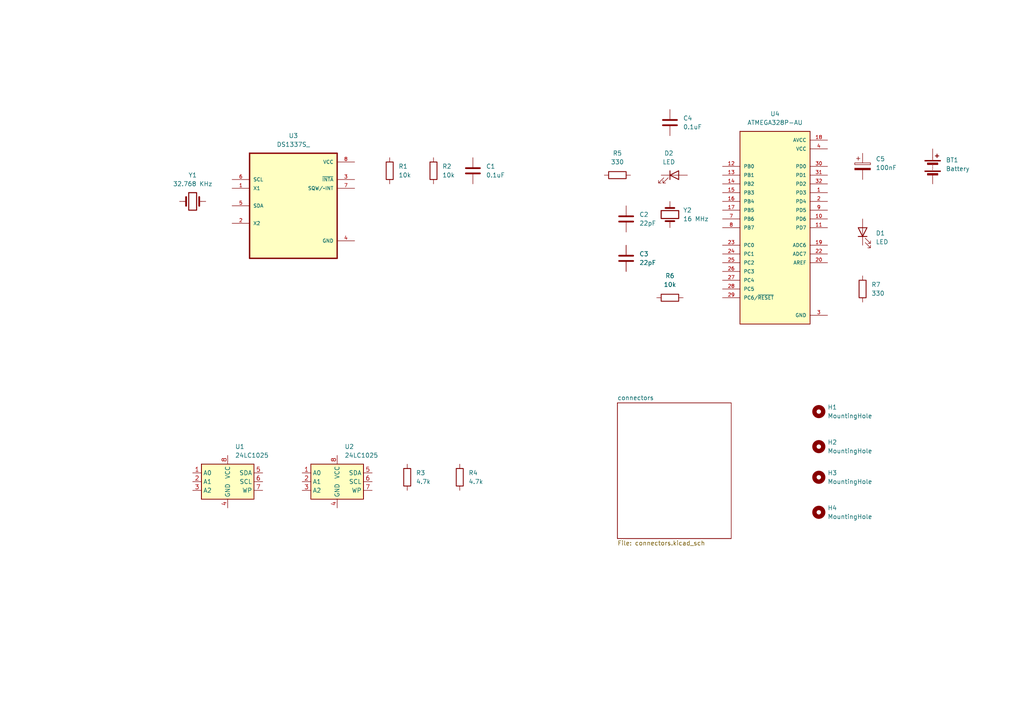
<source format=kicad_sch>
(kicad_sch (version 20250114) (generator "eeschema") (generator_version "9.0")
  (paper "A4")
  (title_block (title "${project_name}") (date "2025-11-17"))
  (lib_symbols
    (symbol "ATMEGA328P-AU:ATMEGA328P-AU" (pin_names (offset 1.016))
      (property "Reference" "U" (at -10.1755 29.2546 0))
      (property "Value" "ATMEGA328P-AU" (at -10.1669 -31.7714 0))
      (symbol "ATMEGA328P-AU_0_0"
        (rectangle (start -10.16 -27.94) (end 10.16 27.94) (stroke (width 0.254)) (fill (type background)))
        (pin bidirectional line (at -15.24 17.78 0) (length 5.08) (name "PB0") (number "12"))
        (pin bidirectional line (at -15.24 15.24 0) (length 5.08) (name "PB1") (number "13"))
        (pin bidirectional line (at -15.24 12.7 0) (length 5.08) (name "PB2") (number "14"))
        (pin bidirectional line (at -15.24 10.16 0) (length 5.08) (name "PB3") (number "15"))
        (pin bidirectional line (at -15.24 7.62 0) (length 5.08) (name "PB4") (number "16"))
        (pin bidirectional line (at -15.24 5.08 0) (length 5.08) (name "PB5") (number "17"))
        (pin bidirectional line (at -15.24 2.54 0) (length 5.08) (name "PB6") (number "7"))
        (pin bidirectional line (at -15.24 0 0) (length 5.08) (name "PB7") (number "8"))
        (pin bidirectional line (at -15.24 -5.08 0) (length 5.08) (name "PC0") (number "23"))
        (pin bidirectional line (at -15.24 -7.62 0) (length 5.08) (name "PC1") (number "24"))
        (pin bidirectional line (at -15.24 -10.16 0) (length 5.08) (name "PC2") (number "25"))
        (pin bidirectional line (at -15.24 -12.7 0) (length 5.08) (name "PC3") (number "26"))
        (pin bidirectional line (at -15.24 -15.24 0) (length 5.08) (name "PC4") (number "27"))
        (pin bidirectional line (at -15.24 -17.78 0) (length 5.08) (name "PC5") (number "28"))
        (pin bidirectional line (at -15.24 -20.32 0) (length 5.08) (name "PC6/~{RESET}") (number "29"))
        (pin power_in line (at 15.24 25.4 180) (length 5.08) (name "AVCC") (number "18"))
        (pin power_in line (at 15.24 22.86 180) (length 5.08) (name "VCC") (number "4"))
        (pin power_in line (at 15.24 22.86 180) (length 5.08) (hide yes) (name "VCC") (number "6"))
        (pin bidirectional line (at 15.24 17.78 180) (length 5.08) (name "PD0") (number "30"))
        (pin bidirectional line (at 15.24 15.24 180) (length 5.08) (name "PD1") (number "31"))
        (pin bidirectional line (at 15.24 12.7 180) (length 5.08) (name "PD2") (number "32"))
        (pin bidirectional line (at 15.24 10.16 180) (length 5.08) (name "PD3") (number "1"))
        (pin bidirectional line (at 15.24 7.62 180) (length 5.08) (name "PD4") (number "2"))
        (pin bidirectional line (at 15.24 5.08 180) (length 5.08) (name "PD5") (number "9"))
        (pin bidirectional line (at 15.24 2.54 180) (length 5.08) (name "PD6") (number "10"))
        (pin bidirectional line (at 15.24 0 180) (length 5.08) (name "PD7") (number "11"))
        (pin bidirectional line (at 15.24 -5.08 180) (length 5.08) (name "ADC6") (number "19"))
        (pin bidirectional line (at 15.24 -7.62 180) (length 5.08) (name "ADC7") (number "22"))
        (pin input line (at 15.24 -10.16 180) (length 5.08) (name "AREF") (number "20"))
        (pin power_in line (at 15.24 -25.4 180) (length 5.08) (hide yes) (name "GND") (number "21"))
        (pin power_in line (at 15.24 -25.4 180) (length 5.08) (name "GND") (number "3"))
        (pin power_in line (at 15.24 -25.4 180) (length 5.08) (hide yes) (name "GND") (number "5"))
      )
    )
    (symbol "DS1337S_:DS1337S_" (pin_names (offset 1.016))
      (property "Reference" "U" (at -12.7 16.24 0))
      (property "Value" "DS1337S_" (at -12.7 -19.24 0))
      (symbol "DS1337S__0_0"
        (rectangle (start -12.7 -15.24) (end 12.7 15.24) (stroke (width 0.41)) (fill (type background)))
        (pin input line (at -17.78 7.62 0) (length 5.08) (name "SCL") (number "6"))
        (pin input line (at -17.78 5.08 0) (length 5.08) (name "X1") (number "1"))
        (pin bidirectional line (at -17.78 0 0) (length 5.08) (name "SDA") (number "5"))
        (pin bidirectional line (at -17.78 -5.08 0) (length 5.08) (name "X2") (number "2"))
        (pin power_in line (at 17.78 12.7 180) (length 5.08) (name "VCC") (number "8"))
        (pin output line (at 17.78 7.62 180) (length 5.08) (name "~{INTA}") (number "3"))
        (pin output line (at 17.78 5.08 180) (length 5.08) (name "SQW/~INT") (number "7"))
        (pin power_in line (at 17.78 -10.16 180) (length 5.08) (name "GND") (number "4"))
      )
    )
    (symbol "Device:Battery" (pin_numbers (hide yes)) (pin_names (offset 0) (hide yes))
      (property "Reference" "BT" (at 2.54 2.54 0))
      (property "Value" "Battery" (at 2.54 0 0))
      (symbol "Battery_0_1"
        (rectangle (start -2.286 1.778) (end 2.286 1.524) (fill (type outline)))
        (rectangle (start -2.286 -1.27) (end 2.286 -1.524) (fill (type outline)))
        (rectangle (start -1.524 1.016) (end 1.524 0.508) (fill (type outline)))
        (rectangle (start -1.524 -2.032) (end 1.524 -2.54) (fill (type outline)))
        (polyline (pts (xy 0 1.778) (xy 0 2.54)))
        (polyline (pts (xy 0 0) (xy 0 0.254)))
        (polyline (pts (xy 0 -0.508) (xy 0 -0.254)))
        (polyline (pts (xy 0 -1.016) (xy 0 -0.762)))
        (polyline (pts (xy 0.762 3.048) (xy 1.778 3.048)) (stroke (width 0.254)))
        (polyline (pts (xy 1.27 3.556) (xy 1.27 2.54)) (stroke (width 0.254)))
      )
      (symbol "Battery_1_1"
        (pin passive line (at 0 5.08 270) (length 2.54) (name "+") (number "1"))
        (pin passive line (at 0 -5.08 90) (length 2.54) (name "-") (number "2"))
      )
    )
    (symbol "Device:C" (pin_numbers (hide yes)) (pin_names (offset 0.254))
      (property "Reference" "C" (at 0.635 2.54 0))
      (property "Value" "C" (at 0.635 -2.54 0))
      (symbol "C_0_1"
        (polyline (pts (xy -2.032 0.762) (xy 2.032 0.762)) (stroke (width 0.508)))
        (polyline (pts (xy -2.032 -0.762) (xy 2.032 -0.762)) (stroke (width 0.508)))
      )
      (symbol "C_1_1"
        (pin passive line (at 0 3.81 270) (length 2.794) (name "~") (number "1"))
        (pin passive line (at 0 -3.81 90) (length 2.794) (name "~") (number "2"))
      )
    )
    (symbol "Device:C_Polarized" (pin_numbers (hide yes)) (pin_names (offset 0.254))
      (property "Reference" "C" (at 0.635 2.54 0))
      (property "Value" "C_Polarized" (at 0.635 -2.54 0))
      (symbol "C_Polarized_0_1"
        (rectangle (start -2.286 0.508) (end 2.286 1.016))
        (polyline (pts (xy -1.778 2.286) (xy -0.762 2.286)))
        (polyline (pts (xy -1.27 2.794) (xy -1.27 1.778)))
        (rectangle (start 2.286 -0.508) (end -2.286 -1.016) (fill (type outline)))
      )
      (symbol "C_Polarized_1_1"
        (pin passive line (at 0 3.81 270) (length 2.794) (name "~") (number "1"))
        (pin passive line (at 0 -3.81 90) (length 2.794) (name "~") (number "2"))
      )
    )
    (symbol "Device:Crystal" (pin_numbers (hide yes)) (pin_names (offset 1.016) (hide yes))
      (property "Reference" "Y" (at 0 3.81 0))
      (property "Value" "Crystal" (at 0 -3.81 0))
      (symbol "Crystal_0_1"
        (polyline (pts (xy -2.54 0) (xy -1.905 0)))
        (polyline (pts (xy -1.905 -1.27) (xy -1.905 1.27)) (stroke (width 0.508)))
        (rectangle (start -1.143 2.54) (end 1.143 -2.54) (stroke (width 0.3048)))
        (polyline (pts (xy 1.905 -1.27) (xy 1.905 1.27)) (stroke (width 0.508)))
        (polyline (pts (xy 2.54 0) (xy 1.905 0)))
      )
      (symbol "Crystal_1_1"
        (pin passive line (at -3.81 0 0) (length 1.27) (name "1") (number "1"))
        (pin passive line (at 3.81 0 180) (length 1.27) (name "2") (number "2"))
      )
    )
    (symbol "Device:LED" (pin_numbers (hide yes)) (pin_names (offset 1.016) (hide yes))
      (property "Reference" "D" (at 0 2.54 0))
      (property "Value" "LED" (at 0 -2.54 0))
      (symbol "LED_0_1"
        (polyline (pts (xy -3.048 -0.762) (xy -4.572 -2.286) (xy -3.81 -2.286) (xy -4.572 -2.286) (xy -4.572 -1.524)))
        (polyline (pts (xy -1.778 -0.762) (xy -3.302 -2.286) (xy -2.54 -2.286) (xy -3.302 -2.286) (xy -3.302 -1.524)))
        (polyline (pts (xy -1.27 0) (xy 1.27 0)))
        (polyline (pts (xy -1.27 -1.27) (xy -1.27 1.27)) (stroke (width 0.254)))
        (polyline (pts (xy 1.27 -1.27) (xy 1.27 1.27) (xy -1.27 0) (xy 1.27 -1.27)) (stroke (width 0.254)))
      )
      (symbol "LED_1_1"
        (pin passive line (at -3.81 0 0) (length 2.54) (name "K") (number "1"))
        (pin passive line (at 3.81 0 180) (length 2.54) (name "A") (number "2"))
      )
    )
    (symbol "Device:R" (pin_numbers (hide yes)) (pin_names (offset 0))
      (property "Reference" "R" (at 2.032 0 90))
      (property "Value" "R" (at 0 0 90))
      (symbol "R_0_1"
        (rectangle (start -1.016 -2.54) (end 1.016 2.54) (stroke (width 0.254)))
      )
      (symbol "R_1_1"
        (pin passive line (at 0 3.81 270) (length 1.27) (name "~") (number "1"))
        (pin passive line (at 0 -3.81 90) (length 1.27) (name "~") (number "2"))
      )
    )
    (symbol "Mechanical:MountingHole" (pin_names (offset 1.016)) (in_bom no)
      (property "Reference" "H" (at 0 5.08 0))
      (property "Value" "MountingHole" (at 0 3.175 0))
      (symbol "MountingHole_0_1"
        (circle (center 0 0) (radius 1.27) (stroke (width 1.27)))
      )
    )
    (symbol "Memory_EEPROM:24LC1025"
      (property "Reference" "U" (at -6.35 6.35 0))
      (property "Value" "24LC1025" (at 1.27 6.35 0))
      (symbol "24LC1025_1_1"
        (rectangle (start -7.62 5.08) (end 7.62 -5.08) (stroke (width 0.254)) (fill (type background)))
        (pin input line (at -10.16 2.54 0) (length 2.54) (name "A0") (number "1"))
        (pin input line (at -10.16 0 0) (length 2.54) (name "A1") (number "2"))
        (pin input line (at -10.16 -2.54 0) (length 2.54) (name "A2") (number "3"))
        (pin power_in line (at 0 7.62 270) (length 2.54) (name "VCC") (number "8"))
        (pin power_in line (at 0 -7.62 90) (length 2.54) (name "GND") (number "4"))
        (pin bidirectional line (at 10.16 2.54 180) (length 2.54) (name "SDA") (number "5"))
        (pin input line (at 10.16 0 180) (length 2.54) (name "SCL") (number "6"))
        (pin input line (at 10.16 -2.54 180) (length 2.54) (name "WP") (number "7"))
      )
    )
  )
  (symbol (lib_id "Mechanical:MountingHole") (at 237.49 148.59 0) (unit 1) (in_bom no)
    (property "Reference" "H4" (at 240.03 147.3199 0) (effects (justify left)))
    (property "Value" "MountingHole" (at 240.03 149.8599 0) (effects (justify left)))
    (property "Footprint" "MountingHole:MountingHole_2.1mm" (effects (hide yes)))
    (property "Description" "Mounting Hole without connection" (effects (hide yes)))
  )
  (symbol (lib_id "Device:Crystal") (at 55.88 58.42 0) (unit 1)
    (property "Reference" "Y1" (at 55.88 50.8 0))
    (property "Value" "32.768 KHz" (at 55.88 53.34 0))
    (property "Footprint" "Crystal:Crystal_SMD_5032-2Pin_5.0x3.2mm_HandSoldering" (effects (hide yes)))
    (property "Description" "Two pin crystal" (effects (hide yes)))
  )
  (symbol (lib_id "Device:C") (at 181.61 74.93 0) (unit 1)
    (property "Reference" "C3" (at 185.42 73.6599 0) (effects (justify left)))
    (property "Value" "22pF" (at 185.42 76.1999 0) (effects (justify left)))
    (property "Footprint" "Capacitor_SMD:C_0805_2012Metric" (effects (hide yes)))
    (property "Description" "Unpolarized capacitor" (effects (hide yes)))
  )
  (symbol (lib_id "ATMEGA328P-AU:ATMEGA328P-AU") (at 224.79 66.04 0) (unit 1)
    (property "Reference" "U4" (at 224.79 33.02 0))
    (property "Value" "ATMEGA328P-AU" (at 224.79 35.56 0))
    (property "Footprint" "ATMEGA328P-AU:QFP80P900X900X120-32N" (effects (hide yes)))
    (property "MF" "MICROCHIP TECH." (effects (hide yes)))
    (property "MAXIMUM_PACKAGE_HEIGHT" "1.20mm" (effects (hide yes)))
    (property "Package" "TQFP-32 Microchip" (effects (hide yes)))
    (property "Price" "None" (effects (hide yes)))
    (property "Check_prices" "https://www.snapeda.com/parts/ATMEGA328P-AU/Microchip+Technology/view-part/?ref=eda" (effects (hide yes)))
    (property "STANDARD" "IPC-7351B" (effects (hide yes)))
    (property "PARTREV" "8271A" (effects (hide yes)))
    (property "SnapEDA_Link" "https://www.snapeda.com/parts/ATMEGA328P-AU/Microchip+Technology/view-part/?ref=snap" (effects (hide yes)))
    (property "MP" "ATMEGA328P-AU" (effects (hide yes)))
    (property "Description_1" "MCU 8-bit - AVR ATmega Family ATmega328 Series Microcontrollers - 20 MHz - 32 KB - 2 KB - 32 Pins." (effects (hide yes)))
    (property "Availability" "In Stock" (effects (hide yes)))
    (property "MANUFACTURER" "Microchip" (effects (hide yes)))
  )
  (symbol (lib_id "DS1337S_:DS1337S_") (at 85.09 59.69 0) (unit 1)
    (property "Reference" "U3" (at 85.09 39.37 0))
    (property "Value" "DS1337S_" (at 85.09 41.91 0))
    (property "Footprint" "DS1337S_:SOIC127P600X175-8N" (effects (hide yes)))
    (property "MF" "Analog Devices" (effects (hide yes)))
    (property "Description_1" "I²C Serial Real-Time Clock" (effects (hide yes)))
    (property "Package" "SOIC-8 Maxim" (effects (hide yes)))
    (property "Price" "None" (effects (hide yes)))
    (property "SnapEDA_Link" "https://www.snapeda.com/parts/DS1337S+/Analog+Devices/view-part/?ref=snap" (effects (hide yes)))
    (property "MP" "DS1337S+" (effects (hide yes)))
    (property "Availability" "In Stock" (effects (hide yes)))
    (property "Check_prices" "https://www.snapeda.com/parts/DS1337S+/Analog+Devices/view-part/?ref=eda" (effects (hide yes)))
  )
  (symbol (lib_id "Device:C_Polarized") (at 250.19 48.26 0) (unit 1)
    (property "Reference" "C5" (at 254 46.1009 0) (effects (justify left)))
    (property "Value" "100nF" (at 254 48.6409 0) (effects (justify left)))
    (property "Footprint" "Capacitor_SMD:C_0805_2012Metric" (effects (hide yes)))
    (property "Description" "Polarized capacitor" (effects (hide yes)))
  )
  (symbol (lib_id "Device:R") (at 125.73 49.53 0) (unit 1)
    (property "Reference" "R2" (at 128.27 48.2599 0) (effects (justify left)))
    (property "Value" "10k" (at 128.27 50.7999 0) (effects (justify left)))
    (property "Footprint" "Resistor_SMD:R_0805_2012Metric" (effects (hide yes)))
    (property "Description" "Resistor" (effects (hide yes)))
  )
  (symbol (lib_id "Device:Crystal") (at 194.31 62.23 90) (unit 1)
    (property "Reference" "Y2" (at 198.12 60.9599 90) (effects (justify right)))
    (property "Value" "16 MHz" (at 198.12 63.4999 90) (effects (justify right)))
    (property "Footprint" "Crystal:Crystal_SMD_5032-2Pin_5.0x3.2mm_HandSoldering" (effects (hide yes)))
    (property "Description" "Two pin crystal" (effects (hide yes)))
  )
  (symbol (lib_id "Mechanical:MountingHole") (at 237.49 129.54 0) (unit 1) (in_bom no)
    (property "Reference" "H2" (at 240.03 128.2699 0) (effects (justify left)))
    (property "Value" "MountingHole" (at 240.03 130.8099 0) (effects (justify left)))
    (property "Footprint" "MountingHole:MountingHole_2.1mm" (effects (hide yes)))
    (property "Description" "Mounting Hole without connection" (effects (hide yes)))
  )
  (symbol (lib_id "Device:C") (at 194.31 35.56 0) (unit 1)
    (property "Reference" "C4" (at 198.12 34.2899 0) (effects (justify left)))
    (property "Value" "0.1uF" (at 198.12 36.8299 0) (effects (justify left)))
    (property "Footprint" "Capacitor_SMD:C_0805_2012Metric" (effects (hide yes)))
    (property "Description" "Unpolarized capacitor" (effects (hide yes)))
  )
  (symbol (lib_id "Device:R") (at 133.35 138.43 180) (unit 1)
    (property "Reference" "R4" (at 135.89 137.1599 0) (effects (justify right)))
    (property "Value" "4.7k" (at 135.89 139.6999 0) (effects (justify right)))
    (property "Footprint" "Resistor_SMD:R_0805_2012Metric" (effects (hide yes)))
    (property "Description" "Resistor" (effects (hide yes)))
  )
  (symbol (lib_id "Device:Battery") (at 270.51 48.26 0) (unit 1)
    (property "Reference" "BT1" (at 274.32 46.4184 0) (effects (justify left)))
    (property "Value" "Battery" (at 274.32 48.9584 0) (effects (justify left)))
    (property "Footprint" "Connector_PinHeader_2.54mm:PinHeader_1x02_P2.54mm_Vertical" (effects (hide yes)))
    (property "Description" "Multiple-cell battery" (effects (hide yes)))
  )
  (symbol (lib_id "Mechanical:MountingHole") (at 237.49 138.43 0) (unit 1) (in_bom no)
    (property "Reference" "H3" (at 240.03 137.1599 0) (effects (justify left)))
    (property "Value" "MountingHole" (at 240.03 139.6999 0) (effects (justify left)))
    (property "Footprint" "MountingHole:MountingHole_2.1mm" (effects (hide yes)))
    (property "Description" "Mounting Hole without connection" (effects (hide yes)))
  )
  (symbol (lib_id "Device:R") (at 118.11 138.43 0) (unit 1)
    (property "Reference" "R3" (at 120.65 137.1599 0) (effects (justify left)))
    (property "Value" "4.7k" (at 120.65 139.6999 0) (effects (justify left)))
    (property "Footprint" "Resistor_SMD:R_0805_2012Metric" (effects (hide yes)))
    (property "Description" "Resistor" (effects (hide yes)))
  )
  (symbol (lib_id "Device:C") (at 137.16 49.53 0) (unit 1)
    (property "Reference" "C1" (at 140.97 48.2599 0) (effects (justify left)))
    (property "Value" "0.1uF" (at 140.97 50.7999 0) (effects (justify left)))
    (property "Footprint" "Capacitor_SMD:C_0805_2012Metric" (effects (hide yes)))
    (property "Description" "Unpolarized capacitor" (effects (hide yes)))
  )
  (symbol (lib_id "Mechanical:MountingHole") (at 237.49 119.38 0) (unit 1) (in_bom no)
    (property "Reference" "H1" (at 240.03 118.1099 0) (effects (justify left)))
    (property "Value" "MountingHole" (at 240.03 120.6499 0) (effects (justify left)))
    (property "Footprint" "MountingHole:MountingHole_2.1mm" (effects (hide yes)))
    (property "Description" "Mounting Hole without connection" (effects (hide yes)))
  )
  (symbol (lib_id "Memory_EEPROM:24LC1025") (at 66.04 139.7 0) (unit 1)
    (property "Reference" "U1" (at 68.1833 129.54 0) (effects (justify left)))
    (property "Value" "24LC1025" (at 68.1833 132.08 0) (effects (justify left)))
    (property "Footprint" "Package_SO:SOIC-8_5.3x5.3mm_P1.27mm" (effects (hide yes)))
    (property "Datasheet" "http://ww1.microchip.com/downloads/en/DeviceDoc/21941B.pdf" (effects (hide yes)))
    (property "Description" "I2C Serial EEPROM, 1024Kb, DIP-8/SOIC-8/TSSOP-8/DFN-8" (effects (hide yes)))
  )
  (symbol (lib_id "Device:R") (at 194.31 86.36 90) (unit 1)
    (property "Reference" "R6" (at 194.31 80.01 90))
    (property "Value" "10k" (at 194.31 82.55 90))
    (property "Footprint" "Resistor_SMD:R_0805_2012Metric" (effects (hide yes)))
    (property "Description" "Resistor" (effects (hide yes)))
  )
  (symbol (lib_id "Device:R") (at 250.19 83.82 180) (unit 1)
    (property "Reference" "R7" (at 252.73 82.5499 0) (effects (justify right)))
    (property "Value" "330" (at 252.73 85.0899 0) (effects (justify right)))
    (property "Footprint" "Resistor_SMD:R_0805_2012Metric" (effects (hide yes)))
    (property "Description" "Resistor" (effects (hide yes)))
  )
  (symbol (lib_id "Device:LED") (at 195.58 50.8 0) (unit 1)
    (property "Reference" "D2" (at 193.9925 44.45 0))
    (property "Value" "LED" (at 193.9925 46.99 0))
    (property "Footprint" "LED_SMD:LED_0805_2012Metric" (effects (hide yes)))
    (property "Description" "Light emitting diode" (effects (hide yes)))
    (property "Sim.Pins" "1=K 2=A" (effects (hide yes)))
  )
  (symbol (lib_id "Device:R") (at 113.03 49.53 0) (unit 1)
    (property "Reference" "R1" (at 115.57 48.2599 0) (effects (justify left)))
    (property "Value" "10k" (at 115.57 50.7999 0) (effects (justify left)))
    (property "Footprint" "Resistor_SMD:R_0805_2012Metric" (effects (hide yes)))
    (property "Description" "Resistor" (effects (hide yes)))
  )
  (symbol (lib_id "Device:C") (at 181.61 63.5 0) (unit 1)
    (property "Reference" "C2" (at 185.42 62.2299 0) (effects (justify left)))
    (property "Value" "22pF" (at 185.42 64.7699 0) (effects (justify left)))
    (property "Footprint" "Capacitor_SMD:C_0805_2012Metric" (effects (hide yes)))
    (property "Description" "Unpolarized capacitor" (effects (hide yes)))
  )
  (symbol (lib_id "Memory_EEPROM:24LC1025") (at 97.79 139.7 0) (unit 1)
    (property "Reference" "U2" (at 99.9333 129.54 0) (effects (justify left)))
    (property "Value" "24LC1025" (at 99.9333 132.08 0) (effects (justify left)))
    (property "Footprint" "Package_SO:SOIC-8_5.3x5.3mm_P1.27mm" (effects (hide yes)))
    (property "Datasheet" "http://ww1.microchip.com/downloads/en/DeviceDoc/21941B.pdf" (effects (hide yes)))
    (property "Description" "I2C Serial EEPROM, 1024Kb, DIP-8/SOIC-8/TSSOP-8/DFN-8" (effects (hide yes)))
  )
  (symbol (lib_id "Device:LED") (at 250.19 67.31 90) (unit 1)
    (property "Reference" "D1" (at 254 67.6274 90) (effects (justify right)))
    (property "Value" "LED" (at 254 70.1674 90) (effects (justify right)))
    (property "Footprint" "LED_SMD:LED_0805_2012Metric" (effects (hide yes)))
    (property "Description" "Light emitting diode" (effects (hide yes)))
    (property "Sim.Pins" "1=K 2=A" (effects (hide yes)))
  )
  (symbol (lib_id "Device:R") (at 179.07 50.8 90) (unit 1)
    (property "Reference" "R5" (at 179.07 44.45 90))
    (property "Value" "330" (at 179.07 46.99 90))
    (property "Footprint" "Resistor_SMD:R_0805_2012Metric" (effects (hide yes)))
    (property "Description" "Resistor" (effects (hide yes)))
  )
  (sheet (at 179.07 116.84) (size 33.02 39.37) (stroke (width 0.1524))
    (property "Sheetname" "connectors" (at 179.07 116.1284 0) (effects (justify left bottom)))
    (property "Sheetfile" "connectors.kicad_sch" (at 179.07 156.7946 0) (effects (justify left top)))
  )
)
</source>
